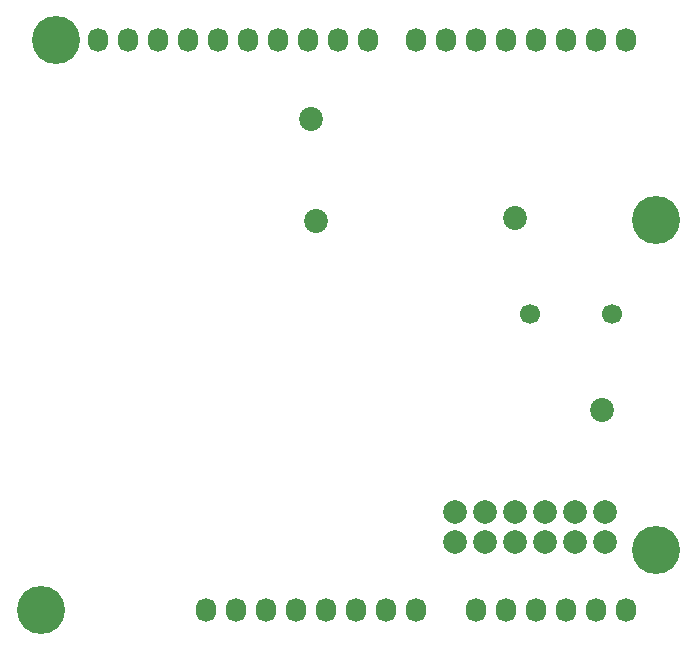
<source format=gbs>
G04 #@! TF.GenerationSoftware,KiCad,Pcbnew,(5.1.8)-1*
G04 #@! TF.CreationDate,2021-05-07T12:58:46-05:00*
G04 #@! TF.ProjectId,DEVLPR,4445564c-5052-42e6-9b69-6361645f7063,rev?*
G04 #@! TF.SameCoordinates,Original*
G04 #@! TF.FileFunction,Soldermask,Bot*
G04 #@! TF.FilePolarity,Negative*
%FSLAX46Y46*%
G04 Gerber Fmt 4.6, Leading zero omitted, Abs format (unit mm)*
G04 Created by KiCad (PCBNEW (5.1.8)-1) date 2021-05-07 12:58:46*
%MOMM*%
%LPD*%
G01*
G04 APERTURE LIST*
%ADD10C,2.020000*%
%ADD11C,1.700000*%
%ADD12C,2.000000*%
%ADD13O,1.727200X2.032000*%
%ADD14C,4.064000*%
G04 APERTURE END LIST*
D10*
X165100000Y-90678000D03*
X172466000Y-106934000D03*
X147828000Y-82296000D03*
X148285200Y-90906600D03*
D11*
X166366000Y-98806000D03*
X173366000Y-98806000D03*
D12*
X172720000Y-118110000D03*
X170180000Y-118110000D03*
X167640000Y-118110000D03*
X165100000Y-118110000D03*
X162560000Y-118110000D03*
X160020000Y-118110000D03*
X160020000Y-115570000D03*
X162560000Y-115570000D03*
X165100000Y-115570000D03*
X167640000Y-115570000D03*
X170180000Y-115570000D03*
X172720000Y-115570000D03*
D13*
X138938000Y-123825000D03*
X141478000Y-123825000D03*
X144018000Y-123825000D03*
X146558000Y-123825000D03*
X149098000Y-123825000D03*
X151638000Y-123825000D03*
X154178000Y-123825000D03*
X156718000Y-123825000D03*
X161798000Y-123825000D03*
X164338000Y-123825000D03*
X166878000Y-123825000D03*
X169418000Y-123825000D03*
X171958000Y-123825000D03*
X174498000Y-123825000D03*
X129794000Y-75565000D03*
X132334000Y-75565000D03*
X134874000Y-75565000D03*
X137414000Y-75565000D03*
X139954000Y-75565000D03*
X142494000Y-75565000D03*
X145034000Y-75565000D03*
X147574000Y-75565000D03*
X150114000Y-75565000D03*
X152654000Y-75565000D03*
X156718000Y-75565000D03*
X159258000Y-75565000D03*
X161798000Y-75565000D03*
X164338000Y-75565000D03*
X166878000Y-75565000D03*
X169418000Y-75565000D03*
X171958000Y-75565000D03*
X174498000Y-75565000D03*
D14*
X124968000Y-123825000D03*
X177038000Y-118745000D03*
X126238000Y-75565000D03*
X177038000Y-90805000D03*
M02*

</source>
